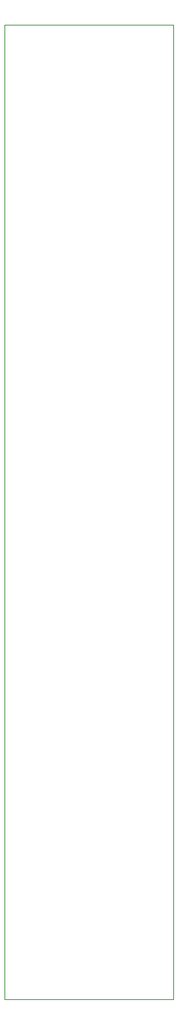
<source format=gbr>
%TF.GenerationSoftware,KiCad,Pcbnew,8.0.0*%
%TF.CreationDate,2024-06-17T17:20:25+02:00*%
%TF.ProjectId,Sloth,536c6f74-682e-46b6-9963-61645f706362,rev?*%
%TF.SameCoordinates,Original*%
%TF.FileFunction,Profile,NP*%
%FSLAX46Y46*%
G04 Gerber Fmt 4.6, Leading zero omitted, Abs format (unit mm)*
G04 Created by KiCad (PCBNEW 8.0.0) date 2024-06-17 17:20:25*
%MOMM*%
%LPD*%
G01*
G04 APERTURE LIST*
%TA.AperFunction,Profile*%
%ADD10C,0.050000*%
%TD*%
G04 APERTURE END LIST*
D10*
X47396000Y-40238000D02*
X66496000Y-40238000D01*
X66496000Y-150238000D01*
X47396000Y-150238000D01*
X47396000Y-40238000D01*
M02*

</source>
